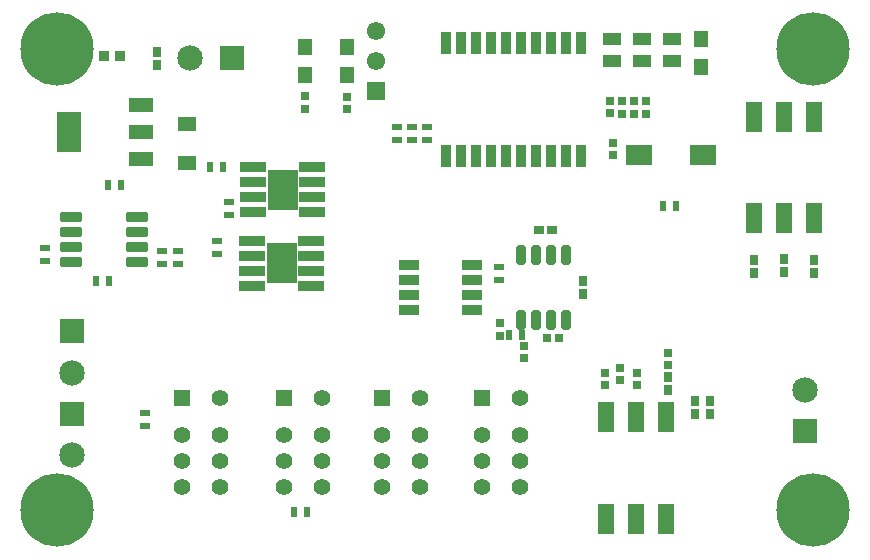
<source format=gts>
G04*
G04 #@! TF.GenerationSoftware,Altium Limited,Altium Designer,22.2.1 (43)*
G04*
G04 Layer_Color=8388736*
%FSLAX25Y25*%
%MOIN*%
G70*
G04*
G04 #@! TF.SameCoordinates,4D9873E2-C187-445E-AA94-CFDCCC1DA697*
G04*
G04*
G04 #@! TF.FilePolarity,Negative*
G04*
G01*
G75*
%ADD38R,0.03241X0.02454*%
%ADD39R,0.06115X0.05131*%
%ADD40R,0.02769X0.02670*%
%ADD41R,0.02454X0.03241*%
%ADD42R,0.03162X0.03753*%
%ADD43R,0.08280X0.13398*%
%ADD44R,0.08280X0.04540*%
%ADD45R,0.03556X0.03556*%
G04:AMPARAMS|DCode=46|XSize=33.59mil|YSize=72.96mil|CornerRadius=5.92mil|HoleSize=0mil|Usage=FLASHONLY|Rotation=270.000|XOffset=0mil|YOffset=0mil|HoleType=Round|Shape=RoundedRectangle|*
%AMROUNDEDRECTD46*
21,1,0.03359,0.06112,0,0,270.0*
21,1,0.02175,0.07296,0,0,270.0*
1,1,0.01184,-0.03056,-0.01088*
1,1,0.01184,-0.03056,0.01088*
1,1,0.01184,0.03056,0.01088*
1,1,0.01184,0.03056,-0.01088*
%
%ADD46ROUNDEDRECTD46*%
%ADD47R,0.02670X0.02769*%
G04:AMPARAMS|DCode=48|XSize=31.62mil|YSize=65.09mil|CornerRadius=6.01mil|HoleSize=0mil|Usage=FLASHONLY|Rotation=180.000|XOffset=0mil|YOffset=0mil|HoleType=Round|Shape=RoundedRectangle|*
%AMROUNDEDRECTD48*
21,1,0.03162,0.05307,0,0,180.0*
21,1,0.01961,0.06509,0,0,180.0*
1,1,0.01202,-0.00980,0.02653*
1,1,0.01202,0.00980,0.02653*
1,1,0.01202,0.00980,-0.02653*
1,1,0.01202,-0.00980,-0.02653*
%
%ADD48ROUNDEDRECTD48*%
%ADD49R,0.03162X0.03556*%
%ADD50R,0.05249X0.10406*%
%ADD51R,0.08674X0.03359*%
%ADD52R,0.10209X0.13398*%
%ADD53R,0.03359X0.07296*%
%ADD54R,0.05131X0.05721*%
%ADD55R,0.06312X0.04343*%
%ADD56R,0.08674X0.07099*%
%ADD57R,0.07099X0.03359*%
%ADD58R,0.03556X0.03162*%
%ADD59C,0.05524*%
%ADD60R,0.05524X0.05524*%
%ADD61R,0.08477X0.08477*%
%ADD62C,0.08477*%
%ADD63R,0.08477X0.08477*%
%ADD64C,0.06102*%
%ADD65R,0.06102X0.06102*%
%ADD66C,0.24422*%
D38*
X41000Y44000D02*
D03*
Y39669D02*
D03*
X135000Y139331D02*
D03*
Y135000D02*
D03*
X130000Y139331D02*
D03*
Y135000D02*
D03*
X159000Y88500D02*
D03*
Y92831D02*
D03*
X65000Y97000D02*
D03*
Y101331D02*
D03*
X69000Y114399D02*
D03*
Y110068D02*
D03*
X125000Y139331D02*
D03*
Y135000D02*
D03*
X52000Y98165D02*
D03*
Y93835D02*
D03*
X46567Y98165D02*
D03*
Y93835D02*
D03*
X7567Y99165D02*
D03*
Y94835D02*
D03*
D39*
X55118Y140354D02*
D03*
Y127362D02*
D03*
D40*
X199500Y59035D02*
D03*
Y55000D02*
D03*
X167500Y62500D02*
D03*
Y66535D02*
D03*
X159500Y74000D02*
D03*
Y69964D02*
D03*
X205000Y53500D02*
D03*
Y57535D02*
D03*
X194500Y53465D02*
D03*
Y57500D02*
D03*
X208000Y143969D02*
D03*
Y148000D02*
D03*
X204000Y143965D02*
D03*
Y148000D02*
D03*
X196000Y143982D02*
D03*
Y148018D02*
D03*
X94488Y149656D02*
D03*
Y145620D02*
D03*
X108268Y145575D02*
D03*
Y149606D02*
D03*
X200000Y143965D02*
D03*
Y148000D02*
D03*
X215500Y60000D02*
D03*
Y64035D02*
D03*
X197000Y130000D02*
D03*
Y134032D02*
D03*
D41*
X95165Y11000D02*
D03*
X90835D02*
D03*
X62669Y126000D02*
D03*
X67000D02*
D03*
X29000Y88000D02*
D03*
X24669D02*
D03*
X166665Y70000D02*
D03*
X162335D02*
D03*
X33000Y120000D02*
D03*
X28669D02*
D03*
X218165Y113000D02*
D03*
X213835D02*
D03*
D42*
X45000Y160000D02*
D03*
Y164331D02*
D03*
D43*
X15551Y137795D02*
D03*
D44*
X39567Y146850D02*
D03*
Y137795D02*
D03*
Y128740D02*
D03*
D45*
X27244Y163000D02*
D03*
X32756D02*
D03*
D46*
X16272Y109569D02*
D03*
Y104569D02*
D03*
Y99569D02*
D03*
Y94569D02*
D03*
X38516Y109569D02*
D03*
Y104569D02*
D03*
Y99569D02*
D03*
Y94569D02*
D03*
D47*
X174982Y69000D02*
D03*
X179018D02*
D03*
D48*
X166500Y75272D02*
D03*
X171500D02*
D03*
X176500D02*
D03*
X181500D02*
D03*
X166500Y96728D02*
D03*
X171500D02*
D03*
X176500D02*
D03*
X181500D02*
D03*
D49*
X254000Y91000D02*
D03*
Y95331D02*
D03*
X244000Y90669D02*
D03*
Y95000D02*
D03*
X264000Y90835D02*
D03*
Y95165D02*
D03*
X215500Y51669D02*
D03*
Y56000D02*
D03*
X224500Y43669D02*
D03*
Y48000D02*
D03*
X229500Y43669D02*
D03*
Y48000D02*
D03*
X187000Y83835D02*
D03*
Y88165D02*
D03*
D50*
X214724Y42835D02*
D03*
X204724D02*
D03*
X194724D02*
D03*
Y8937D02*
D03*
X204724D02*
D03*
X214724D02*
D03*
X244000Y109051D02*
D03*
X254000D02*
D03*
X264000D02*
D03*
Y142949D02*
D03*
X254000D02*
D03*
X244000D02*
D03*
D51*
X96311Y86626D02*
D03*
Y91626D02*
D03*
Y96626D02*
D03*
Y101626D02*
D03*
X76823D02*
D03*
Y96626D02*
D03*
Y91626D02*
D03*
Y86626D02*
D03*
X96630Y111000D02*
D03*
Y116000D02*
D03*
Y121000D02*
D03*
Y126000D02*
D03*
X77142D02*
D03*
Y121000D02*
D03*
Y116000D02*
D03*
Y111000D02*
D03*
D52*
X86567Y94126D02*
D03*
X86886Y118500D02*
D03*
D53*
X141311Y167366D02*
D03*
X146311D02*
D03*
X151311D02*
D03*
X156311D02*
D03*
X161311D02*
D03*
X166311D02*
D03*
X171311D02*
D03*
X176311D02*
D03*
X181311D02*
D03*
X186311D02*
D03*
Y129768D02*
D03*
X181311D02*
D03*
X176311D02*
D03*
X171311D02*
D03*
X166311D02*
D03*
X161311D02*
D03*
X156311D02*
D03*
X151311D02*
D03*
X146311D02*
D03*
X141311D02*
D03*
D54*
X226378Y159449D02*
D03*
Y168701D02*
D03*
X108268Y166043D02*
D03*
Y156791D02*
D03*
X94488Y166043D02*
D03*
Y156791D02*
D03*
D55*
X216535Y168898D02*
D03*
Y161417D02*
D03*
X206693Y168898D02*
D03*
Y161417D02*
D03*
X196850Y168898D02*
D03*
Y161417D02*
D03*
D56*
X205748Y130000D02*
D03*
X227008D02*
D03*
D57*
X150031Y78500D02*
D03*
Y83500D02*
D03*
Y88500D02*
D03*
Y93500D02*
D03*
X128969D02*
D03*
Y88500D02*
D03*
Y83500D02*
D03*
Y78500D02*
D03*
D58*
X176831Y105000D02*
D03*
X172500D02*
D03*
D59*
X166000Y28000D02*
D03*
X153402D02*
D03*
Y36661D02*
D03*
X166000D02*
D03*
X153402Y19339D02*
D03*
X166000D02*
D03*
Y49260D02*
D03*
X120000Y19339D02*
D03*
X132598D02*
D03*
X53402Y28000D02*
D03*
X66000D02*
D03*
X87402D02*
D03*
X100000Y36661D02*
D03*
X120000D02*
D03*
X132598D02*
D03*
X66000Y49260D02*
D03*
Y36661D02*
D03*
Y19339D02*
D03*
X53402D02*
D03*
Y36661D02*
D03*
X132598Y49260D02*
D03*
Y28000D02*
D03*
X120000D02*
D03*
X100000Y49260D02*
D03*
Y28000D02*
D03*
Y19339D02*
D03*
X87402D02*
D03*
Y36661D02*
D03*
D60*
X153402Y49260D02*
D03*
X53402D02*
D03*
X120000D02*
D03*
X87402D02*
D03*
D61*
X16772Y43839D02*
D03*
Y71398D02*
D03*
X261181Y38110D02*
D03*
D62*
X16772Y57618D02*
D03*
X56102Y162598D02*
D03*
X16772Y30059D02*
D03*
X261181Y51890D02*
D03*
D63*
X69882Y162598D02*
D03*
D64*
X118110Y171417D02*
D03*
Y161417D02*
D03*
D65*
Y151417D02*
D03*
D66*
X11811Y11811D02*
D03*
Y165354D02*
D03*
X263779D02*
D03*
Y11811D02*
D03*
M02*

</source>
